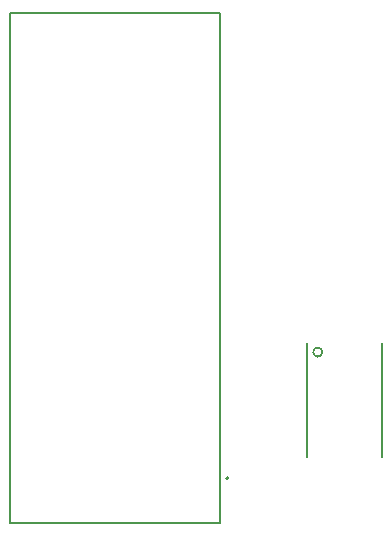
<source format=gbr>
%TF.GenerationSoftware,Altium Limited,Altium Designer,23.9.2 (47)*%
G04 Layer_Color=16711935*
%FSLAX45Y45*%
%MOMM*%
%TF.SameCoordinates,069DA617-DDAF-4FD6-95A1-D134820B9D42*%
%TF.FilePolarity,Positive*%
%TF.FileFunction,Other,Mechanical_13*%
%TF.Part,Single*%
G01*
G75*
%TA.AperFunction,NonConductor*%
%ADD16C,0.20000*%
%ADD17C,0.12700*%
D16*
X4173000Y404000D02*
G03*
X4173000Y404000I-10000J0D01*
G01*
D17*
X4968087Y1474000D02*
G03*
X4968087Y1474000I-38587J0D01*
G01*
X2323999Y23002D02*
X4101999D01*
X2323999D02*
Y4341002D01*
X4101999D01*
Y23002D02*
Y4341002D01*
X4838503Y589001D02*
Y1548999D01*
X5474504Y589001D02*
Y1548999D01*
%TF.MD5,1e26d237fed802bda1e85b06f8cc3b31*%
M02*

</source>
